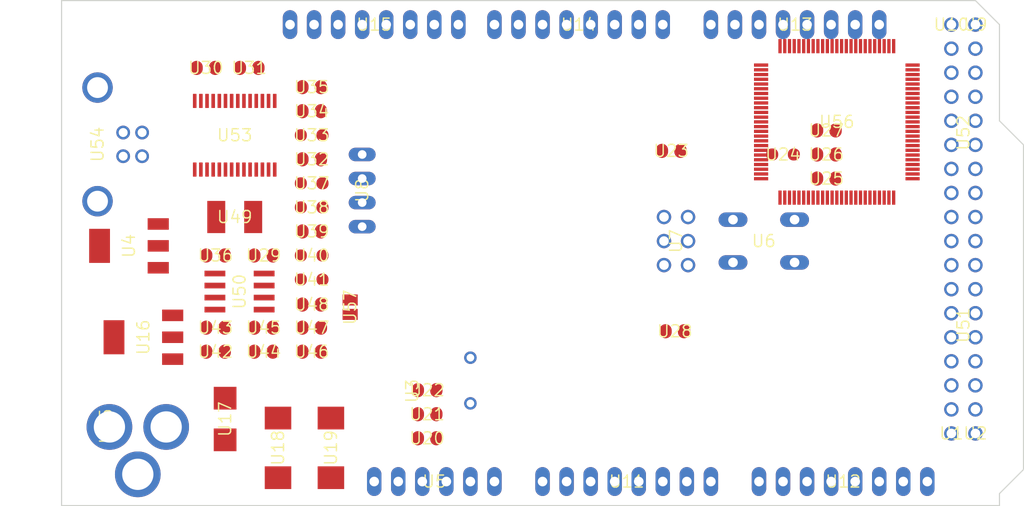
<source format=kicad_pcb>
(kicad_pcb (version 20221018) (generator pcbnew)
  (layers (0 "F.Cu" signal "Top") (31 "B.Cu" signal "Bottom") (34 "B.Paste" user) (35 "F.Paste" user) (36 "B.SilkS" user "B.Silkscreen") (37 "F.SilkS" user "F.Silkscreen") (38 "B.Mask" user) (39 "F.Mask" user) (44 "Edge.Cuts" user))
  (net 0 "")
  (net 1 "+5V")
  (net 2 "GND")
  (net 3 "N$6")
  (net 4 "N$7")
  (net 5 "AREF")
  (net 6 "RESET")
  (net 7 "VIN")
  (net 8 "N$3")
  (net 9 "PWRIN")
  (net 10 "M8RXD")
  (net 11 "M8TXD")
  (net 12 "ADC0")
  (net 13 "ADC2")
  (net 14 "ADC1")
  (net 15 "ADC3")
  (net 16 "ADC4")
  (net 17 "ADC5")
  (net 18 "ADC6")
  (net 19 "ADC7")
  (net 20 "+3V3")
  (net 21 "SDA")
  (net 22 "SCL")
  (net 23 "ADC9")
  (net 24 "ADC8")
  (net 25 "ADC10")
  (net 26 "ADC11")
  (net 27 "ADC12")
  (net 28 "ADC13")
  (net 29 "ADC14")
  (net 30 "ADC15")
  (net 31 "PB3")
  (net 32 "PB2")
  (net 33 "PB1")
  (net 34 "PB5")
  (net 35 "PB4")
  (net 36 "PE5")
  (net 37 "PE4")
  (net 38 "PE3")
  (net 39 "PE1")
  (net 40 "PE0")
  (net 41 "N$15")
  (net 42 "N$53")
  (net 43 "N$54")
  (net 44 "N$55")
  (net 45 "D-")
  (net 46 "D+")
  (net 47 "N$60")
  (net 48 "DTR")
  (net 49 "USBVCC")
  (net 50 "N$2")
  (net 51 "N$4")
  (net 52 "GATE_CMD")
  (net 53 "CMP")
  (net 54 "PB6")
  (net 55 "PH3")
  (net 56 "PH4")
  (net 57 "PH5")
  (net 58 "PH6")
  (net 59 "PG5")
  (net 60 "RXD1")
  (net 61 "TXD1")
  (net 62 "RXD2")
  (net 63 "RXD3")
  (net 64 "TXD2")
  (net 65 "TXD3")
  (net 66 "PC0")
  (net 67 "PC1")
  (net 68 "PC2")
  (net 69 "PC3")
  (net 70 "PC4")
  (net 71 "PC5")
  (net 72 "PC6")
  (net 73 "PC7")
  (net 74 "PB0")
  (net 75 "PG0")
  (net 76 "PG1")
  (net 77 "PG2")
  (net 78 "PD7")
  (net 79 "PA0")
  (net 80 "PA1")
  (net 81 "PA2")
  (net 82 "PA3")
  (net 83 "PA4")
  (net 84 "PA5")
  (net 85 "PA6")
  (net 86 "PA7")
  (net 87 "PL0")
  (net 88 "PL1")
  (net 89 "PL2")
  (net 90 "PL3")
  (net 91 "PL4")
  (net 92 "PL5")
  (net 93 "PL6")
  (net 94 "PL7")
  (net 95 "PB7")
  (net 96 "CTS")
  (net 97 "DSR")
  (net 98 "DCD")
  (net 99 "RI")
  (footprint "Arduino_MEGA_Reference_Design:2X03" (layer "F.Cu") (at 162.5981 103.7336 -90)
    (fp_text reference "U7")
    (fp_text value "")
  )
  (footprint "Arduino_MEGA_Reference_Design:1X08" (layer "F.Cu") (at 152.3111 80.8736 180)
    (fp_text reference "U14")
    (fp_text value "")
  )
  (footprint "Arduino_MEGA_Reference_Design:1X08" (layer "F.Cu") (at 130.7211 80.8736 180)
    (fp_text reference "U15")
    (fp_text value "")
  )
  (footprint "Arduino_MEGA_Reference_Design:SMC_D" (layer "F.Cu") (at 120.5611 125.5776 -90)
    (fp_text reference "U18")
    (fp_text value "")
  )
  (footprint "Arduino_MEGA_Reference_Design:SMC_D" (layer "F.Cu") (at 126.1491 125.5776 -90)
    (fp_text reference "U19")
    (fp_text value "")
  )
  (footprint "Arduino_MEGA_Reference_Design:B3F-10XX" (layer "F.Cu") (at 171.8691 103.7336 180)
    (fp_text reference "U6")
    (fp_text value "")
  )
  (footprint "Arduino_MEGA_Reference_Design:0805RND" (layer "F.Cu") (at 173.9011 94.5896 180)
    (fp_text reference "U24")
    (fp_text value "")
  )
  (footprint "Arduino_MEGA_Reference_Design:SMB" (layer "F.Cu") (at 114.9731 122.5296 -90)
    (fp_text reference "U17")
    (fp_text value "")
  )
  (footprint "Arduino_MEGA_Reference_Design:DC-21MM" (layer "F.Cu") (at 103.0351 123.2916 90)
    (fp_text reference "U55")
    (fp_text value "")
  )
  (footprint "Arduino_MEGA_Reference_Design:HC49_S" (layer "F.Cu") (at 140.8811 118.4656 90)
    (fp_text reference "U3")
    (fp_text value "")
  )
  (footprint "Arduino_MEGA_Reference_Design:SOT223" (layer "F.Cu") (at 106.3371 113.8936 90)
    (fp_text reference "U16")
    (fp_text value "")
  )
  (footprint "Arduino_MEGA_Reference_Design:1X06" (layer "F.Cu") (at 137.0711 129.1336)
    (fp_text reference "U5")
    (fp_text value "")
  )
  (footprint "Arduino_MEGA_Reference_Design:C0805RND" (layer "F.Cu") (at 124.1171 87.4776)
    (fp_text reference "U35")
    (fp_text value "")
  )
  (footprint "Arduino_MEGA_Reference_Design:C0805RND" (layer "F.Cu") (at 162.4711 113.2586)
    (fp_text reference "U28")
    (fp_text value "")
  )
  (footprint "Arduino_MEGA_Reference_Design:C0805RND" (layer "F.Cu") (at 136.3091 122.0216)
    (fp_text reference "U21")
    (fp_text value "")
  )
  (footprint "Arduino_MEGA_Reference_Design:C0805RND" (layer "F.Cu") (at 136.3091 119.4816)
    (fp_text reference "U22")
    (fp_text value "")
  )
  (footprint "Arduino_MEGA_Reference_Design:C0805RND" (layer "F.Cu") (at 113.9571 112.8776)
    (fp_text reference "U43")
    (fp_text value "")
  )
  (footprint "Arduino_MEGA_Reference_Design:RCL_0805RND" (layer "F.Cu") (at 124.1171 105.2576)
    (fp_text reference "U40")
    (fp_text value "")
  )
  (footprint "Arduino_MEGA_Reference_Design:RCL_0805RND" (layer "F.Cu") (at 124.1171 107.7976)
    (fp_text reference "U41")
    (fp_text value "")
  )
  (footprint "Arduino_MEGA_Reference_Design:1X08" (layer "F.Cu") (at 157.3911 129.1336)
    (fp_text reference "U11")
    (fp_text value "")
  )
  (footprint "Arduino_MEGA_Reference_Design:1X08" (layer "F.Cu") (at 175.1711 80.8736 180)
    (fp_text reference "U13")
    (fp_text value "")
  )
  (footprint "Arduino_MEGA_Reference_Design:R0805RND" (layer "F.Cu") (at 178.4731 94.5896 180)
    (fp_text reference "U26")
    (fp_text value "")
  )
  (footprint "Arduino_MEGA_Reference_Design:R0805RND" (layer "F.Cu") (at 178.4731 92.0496 180)
    (fp_text reference "U27")
    (fp_text value "")
  )
  (footprint "Arduino_MEGA_Reference_Design:TQFP100" (layer "F.Cu") (at 179.58370971679688 91.14759826660156 0)
    (fp_text reference "U56")
    (fp_text value "")
  )
  (footprint "Arduino_MEGA_Reference_Design:C0805RND" (layer "F.Cu") (at 162.0901 94.2086 180)
    (fp_text reference "U23")
    (fp_text value "")
  )
  (footprint "Arduino_MEGA_Reference_Design:C0805RND" (layer "F.Cu") (at 136.3091 124.5616)
    (fp_text reference "U20")
    (fp_text value "")
  )
  (footprint "Arduino_MEGA_Reference_Design:1X08" (layer "F.Cu") (at 180.2511 129.1336)
    (fp_text reference "U12")
    (fp_text value "")
  )
  (footprint "Arduino_MEGA_Reference_Design:R0805RND" (layer "F.Cu") (at 124.1171 112.8776)
    (fp_text reference "U47")
    (fp_text value "")
  )
  (footprint "Arduino_MEGA_Reference_Design:C0805RND" (layer "F.Cu") (at 124.1171 115.4176)
    (fp_text reference "U46")
    (fp_text value "")
  )
  (footprint "Arduino_MEGA_Reference_Design:C0805RND" (layer "F.Cu") (at 113.9571 105.2576)
    (fp_text reference "U36")
    (fp_text value "")
  )
  (footprint "Arduino_MEGA_Reference_Design:C0805RND" (layer "F.Cu") (at 112.9411 85.4456)
    (fp_text reference "U30")
    (fp_text value "")
  )
  (footprint "Arduino_MEGA_Reference_Design:0805RND" (layer "F.Cu") (at 124.1171 100.1776 180)
    (fp_text reference "U38")
    (fp_text value "")
  )
  (footprint "Arduino_MEGA_Reference_Design:0805RND" (layer "F.Cu") (at 124.1171 97.6376 180)
    (fp_text reference "U37")
    (fp_text value "")
  )
  (footprint "Arduino_MEGA_Reference_Design:R0805RND" (layer "F.Cu") (at 124.1171 95.0976)
    (fp_text reference "U32")
    (fp_text value "")
  )
  (footprint "Arduino_MEGA_Reference_Design:R0805RND" (layer "F.Cu") (at 124.1171 102.7176)
    (fp_text reference "U39")
    (fp_text value "")
  )
  (footprint "Arduino_MEGA_Reference_Design:SSOP28" (layer "F.Cu") (at 115.9891 92.5576)
    (fp_text reference "U53")
    (fp_text value "")
  )
  (footprint "Arduino_MEGA_Reference_Design:PN61729" (layer "F.Cu") (at 98.9584 93.5228 -90)
    (fp_text reference "U54")
    (fp_text value "")
  )
  (footprint "Arduino_MEGA_Reference_Design:L1812" (layer "F.Cu") (at 115.9891 101.1936)
    (fp_text reference "U49")
    (fp_text value "")
  )
  (footprint "Arduino_MEGA_Reference_Design:C0805RND" (layer "F.Cu") (at 117.5131 85.4456)
    (fp_text reference "U31")
    (fp_text value "")
  )
  (footprint "Arduino_MEGA_Reference_Design:0805RND" (layer "F.Cu") (at 124.1171 92.5576 180)
    (fp_text reference "U33")
    (fp_text value "")
  )
  (footprint "Arduino_MEGA_Reference_Design:R0805RND" (layer "F.Cu") (at 124.1171 90.0176 180)
    (fp_text reference "U34")
    (fp_text value "")
  )
  (footprint "Arduino_MEGA_Reference_Design:C0805RND" (layer "F.Cu") (at 124.1171 110.4392 180)
    (fp_text reference "U48")
    (fp_text value "")
  )
  (footprint "Arduino_MEGA_Reference_Design:SOT223" (layer "F.Cu") (at 104.8131 104.2416 90)
    (fp_text reference "U4")
    (fp_text value "")
  )
  (footprint "Arduino_MEGA_Reference_Design:SO08" (layer "F.Cu") (at 116.4971 109.0676 -90)
    (fp_text reference "U50")
    (fp_text value "")
  )
  (footprint "Arduino_MEGA_Reference_Design:R0805RND" (layer "F.Cu") (at 113.9571 115.4176 180)
    (fp_text reference "U42")
    (fp_text value "")
  )
  (footprint "Arduino_MEGA_Reference_Design:R0805RND" (layer "F.Cu") (at 119.0371 112.8776 180)
    (fp_text reference "U45")
    (fp_text value "")
  )
  (footprint "Arduino_MEGA_Reference_Design:C0805RND" (layer "F.Cu") (at 119.0371 115.4176 180)
    (fp_text reference "U44")
    (fp_text value "")
  )
  (footprint "Arduino_MEGA_Reference_Design:C0805RND" (layer "F.Cu") (at 119.0371 105.2576)
    (fp_text reference "U29")
    (fp_text value "")
  )
  (footprint "Arduino_MEGA_Reference_Design:2X08" (layer "F.Cu") (at 192.9511 92.3036 90)
    (fp_text reference "U52")
    (fp_text value "")
  )
  (footprint "Arduino_MEGA_Reference_Design:2X08" (layer "F.Cu") (at 192.9511 112.6236 90)
    (fp_text reference "U51")
    (fp_text value "")
  )
  (footprint "Arduino_MEGA_Reference_Design:R0805RND" (layer "F.Cu") (at 178.4731 97.1296 180)
    (fp_text reference "U25")
    (fp_text value "")
  )
  (footprint "Arduino_MEGA_Reference_Design:1X01" (layer "F.Cu") (at 191.6811 80.8736)
    (fp_text reference "U10")
    (fp_text value "")
  )
  (footprint "Arduino_MEGA_Reference_Design:1X01" (layer "F.Cu") (at 194.2211 80.8736)
    (fp_text reference "U9")
    (fp_text value "")
  )
  (footprint "Arduino_MEGA_Reference_Design:1X01" (layer "F.Cu") (at 191.6811 124.0536)
    (fp_text reference "U1")
    (fp_text value "")
  )
  (footprint "Arduino_MEGA_Reference_Design:1X01" (layer "F.Cu") (at 194.2211 124.0536)
    (fp_text reference "U2")
    (fp_text value "")
  )
  (footprint "Arduino_MEGA_Reference_Design:SJ" (layer "F.Cu") (at 128.1811 110.7186 -90)
    (fp_text reference "U57")
    (fp_text value "")
  )
  (footprint "Arduino_MEGA_Reference_Design:JP4" (layer "F.Cu") (at 129.4511 98.3996 -90)
    (fp_text reference "U8")
    (fp_text value "")
  )
  (gr_line (start 196.7611 80.8736) (end 196.7611 91.0336) (layer "Edge.Cuts") (width 0.12))
  (gr_line (start 196.7611 130.4036) (end 196.7611 131.6736) (layer "Edge.Cuts") (width 0.12))
  (gr_line (start 194.2211 78.3336) (end 196.7611 80.8736) (layer "Edge.Cuts") (width 0.12))
  (gr_line (start 97.7011 78.3336) (end 194.2211 78.3336) (layer "Edge.Cuts") (width 0.12))
  (gr_line (start 196.7611 91.0336) (end 199.3011 93.5736) (layer "Edge.Cuts") (width 0.12))
  (gr_line (start 97.7011 131.6736) (end 97.7011 78.3336) (layer "Edge.Cuts") (width 0.12))
  (gr_line (start 196.7611 131.6736) (end 97.7011 131.6736) (layer "Edge.Cuts") (width 0.12))
  (gr_line (start 199.3011 93.5736) (end 199.3011 127.8636) (layer "Edge.Cuts") (width 0.12))
  (gr_line (start 199.3011 127.8636) (end 196.7611 130.4036) (layer "Edge.Cuts") (width 0.12))
)
</source>
